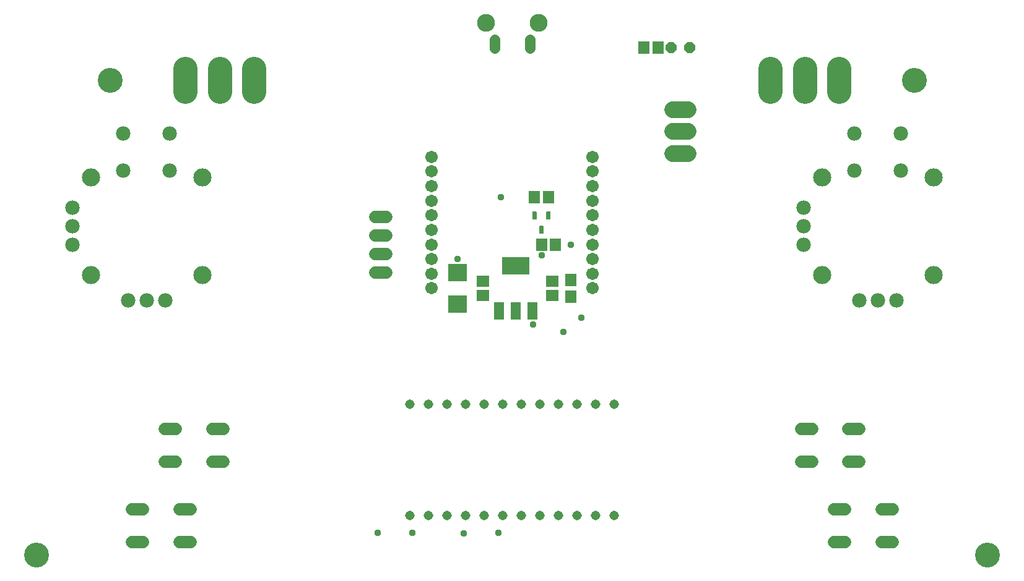
<source format=gbr>
G04 EAGLE Gerber RS-274X export*
G75*
%MOMM*%
%FSLAX34Y34*%
%LPD*%
%INSoldermask Bottom*%
%IPPOS*%
%AMOC8*
5,1,8,0,0,1.08239X$1,22.5*%
G01*
%ADD10C,3.403200*%
%ADD11C,2.489200*%
%ADD12C,1.981200*%
%ADD13C,1.311200*%
%ADD14C,1.711200*%
%ADD15C,1.727200*%
%ADD16C,3.319200*%
%ADD17R,1.422400X2.438400*%
%ADD18R,3.803200X2.403200*%
%ADD19R,1.503200X1.703200*%
%ADD20R,1.703200X1.503200*%
%ADD21C,2.303200*%
%ADD22C,2.453200*%
%ADD23C,1.411200*%
%ADD24P,1.649562X8X22.500000*%
%ADD25R,1.600200X1.651000*%
%ADD26R,2.616200X2.463800*%
%ADD27C,0.959600*%

G36*
X32002Y124203D02*
X32002Y124203D01*
X32004Y124201D01*
X32254Y124221D01*
X32258Y124225D01*
X32261Y124222D01*
X32505Y124280D01*
X32509Y124285D01*
X32513Y124283D01*
X32745Y124379D01*
X32748Y124384D01*
X32752Y124382D01*
X32966Y124514D01*
X32968Y124519D01*
X32972Y124519D01*
X33163Y124682D01*
X33164Y124687D01*
X33168Y124687D01*
X33331Y124878D01*
X33332Y124884D01*
X33336Y124884D01*
X33468Y125098D01*
X33467Y125104D01*
X33472Y125105D01*
X33568Y125337D01*
X33566Y125343D01*
X33570Y125345D01*
X33628Y125589D01*
X33626Y125594D01*
X33629Y125596D01*
X33649Y125846D01*
X33647Y125849D01*
X33649Y125850D01*
X33649Y133650D01*
X33647Y133652D01*
X33649Y133654D01*
X33629Y133904D01*
X33625Y133908D01*
X33628Y133911D01*
X33570Y134155D01*
X33565Y134159D01*
X33568Y134163D01*
X33472Y134395D01*
X33466Y134398D01*
X33468Y134402D01*
X33336Y134616D01*
X33331Y134618D01*
X33331Y134622D01*
X33168Y134813D01*
X33163Y134814D01*
X33163Y134818D01*
X32972Y134981D01*
X32966Y134982D01*
X32966Y134986D01*
X32752Y135118D01*
X32746Y135117D01*
X32745Y135122D01*
X32513Y135218D01*
X32507Y135216D01*
X32505Y135220D01*
X32261Y135278D01*
X32254Y135275D01*
X32250Y135279D01*
X29000Y135299D01*
X28998Y135297D01*
X28996Y135299D01*
X28746Y135279D01*
X28742Y135275D01*
X28739Y135278D01*
X28495Y135220D01*
X28491Y135215D01*
X28487Y135218D01*
X28255Y135122D01*
X28252Y135116D01*
X28248Y135118D01*
X28034Y134986D01*
X28032Y134981D01*
X28028Y134981D01*
X27837Y134818D01*
X27836Y134813D01*
X27832Y134813D01*
X27669Y134622D01*
X27668Y134616D01*
X27664Y134616D01*
X27532Y134402D01*
X27533Y134396D01*
X27529Y134395D01*
X27433Y134163D01*
X27434Y134157D01*
X27430Y134155D01*
X27372Y133911D01*
X27374Y133906D01*
X27371Y133904D01*
X27351Y133654D01*
X27353Y133651D01*
X27351Y133650D01*
X27351Y125850D01*
X27353Y125848D01*
X27351Y125846D01*
X27371Y125596D01*
X27375Y125592D01*
X27372Y125589D01*
X27430Y125345D01*
X27435Y125341D01*
X27433Y125337D01*
X27529Y125105D01*
X27534Y125102D01*
X27532Y125098D01*
X27664Y124884D01*
X27669Y124882D01*
X27669Y124878D01*
X27832Y124687D01*
X27837Y124686D01*
X27837Y124682D01*
X28028Y124519D01*
X28034Y124518D01*
X28034Y124514D01*
X28248Y124382D01*
X28254Y124383D01*
X28255Y124379D01*
X28487Y124283D01*
X28493Y124284D01*
X28495Y124280D01*
X28739Y124222D01*
X28746Y124225D01*
X28750Y124221D01*
X32000Y124201D01*
X32002Y124203D01*
G37*
G36*
X51002Y124203D02*
X51002Y124203D01*
X51004Y124201D01*
X51254Y124221D01*
X51258Y124225D01*
X51261Y124222D01*
X51505Y124280D01*
X51509Y124285D01*
X51513Y124283D01*
X51745Y124379D01*
X51748Y124384D01*
X51752Y124382D01*
X51966Y124514D01*
X51968Y124519D01*
X51972Y124519D01*
X52163Y124682D01*
X52164Y124687D01*
X52168Y124687D01*
X52331Y124878D01*
X52332Y124884D01*
X52336Y124884D01*
X52468Y125098D01*
X52467Y125104D01*
X52472Y125105D01*
X52568Y125337D01*
X52566Y125343D01*
X52570Y125345D01*
X52628Y125589D01*
X52626Y125594D01*
X52629Y125596D01*
X52649Y125846D01*
X52647Y125849D01*
X52649Y125850D01*
X52649Y133650D01*
X52647Y133652D01*
X52649Y133654D01*
X52629Y133904D01*
X52625Y133908D01*
X52628Y133911D01*
X52570Y134155D01*
X52565Y134159D01*
X52568Y134163D01*
X52472Y134395D01*
X52466Y134398D01*
X52468Y134402D01*
X52336Y134616D01*
X52331Y134618D01*
X52331Y134622D01*
X52168Y134813D01*
X52163Y134814D01*
X52163Y134818D01*
X51972Y134981D01*
X51966Y134982D01*
X51966Y134986D01*
X51752Y135118D01*
X51746Y135117D01*
X51745Y135122D01*
X51513Y135218D01*
X51507Y135216D01*
X51505Y135220D01*
X51261Y135278D01*
X51254Y135275D01*
X51250Y135279D01*
X48000Y135299D01*
X47998Y135297D01*
X47996Y135299D01*
X47746Y135279D01*
X47742Y135275D01*
X47739Y135278D01*
X47495Y135220D01*
X47491Y135215D01*
X47487Y135218D01*
X47255Y135122D01*
X47252Y135116D01*
X47248Y135118D01*
X47034Y134986D01*
X47032Y134981D01*
X47028Y134981D01*
X46837Y134818D01*
X46836Y134813D01*
X46832Y134813D01*
X46669Y134622D01*
X46668Y134616D01*
X46664Y134616D01*
X46532Y134402D01*
X46533Y134396D01*
X46529Y134395D01*
X46433Y134163D01*
X46434Y134157D01*
X46430Y134155D01*
X46372Y133911D01*
X46374Y133906D01*
X46371Y133904D01*
X46351Y133654D01*
X46353Y133651D01*
X46351Y133650D01*
X46351Y125850D01*
X46353Y125848D01*
X46351Y125846D01*
X46371Y125596D01*
X46375Y125592D01*
X46372Y125589D01*
X46430Y125345D01*
X46435Y125341D01*
X46433Y125337D01*
X46529Y125105D01*
X46534Y125102D01*
X46532Y125098D01*
X46664Y124884D01*
X46669Y124882D01*
X46669Y124878D01*
X46832Y124687D01*
X46837Y124686D01*
X46837Y124682D01*
X47028Y124519D01*
X47034Y124518D01*
X47034Y124514D01*
X47248Y124382D01*
X47254Y124383D01*
X47255Y124379D01*
X47487Y124283D01*
X47493Y124284D01*
X47495Y124280D01*
X47739Y124222D01*
X47746Y124225D01*
X47750Y124221D01*
X51000Y124201D01*
X51002Y124203D01*
G37*
G36*
X41502Y104703D02*
X41502Y104703D01*
X41504Y104701D01*
X41754Y104721D01*
X41758Y104725D01*
X41761Y104722D01*
X42005Y104780D01*
X42009Y104785D01*
X42013Y104783D01*
X42245Y104879D01*
X42248Y104884D01*
X42252Y104882D01*
X42466Y105014D01*
X42468Y105019D01*
X42472Y105019D01*
X42663Y105182D01*
X42664Y105187D01*
X42668Y105187D01*
X42831Y105378D01*
X42832Y105384D01*
X42836Y105384D01*
X42968Y105598D01*
X42967Y105604D01*
X42972Y105605D01*
X43068Y105837D01*
X43066Y105843D01*
X43070Y105845D01*
X43128Y106089D01*
X43126Y106094D01*
X43129Y106096D01*
X43149Y106346D01*
X43147Y106349D01*
X43149Y106350D01*
X43149Y114150D01*
X43147Y114152D01*
X43149Y114154D01*
X43129Y114404D01*
X43125Y114408D01*
X43128Y114411D01*
X43070Y114655D01*
X43065Y114659D01*
X43068Y114663D01*
X42972Y114895D01*
X42966Y114898D01*
X42968Y114902D01*
X42836Y115116D01*
X42831Y115118D01*
X42831Y115122D01*
X42668Y115313D01*
X42663Y115314D01*
X42663Y115318D01*
X42472Y115481D01*
X42466Y115482D01*
X42466Y115486D01*
X42252Y115618D01*
X42246Y115617D01*
X42245Y115622D01*
X42013Y115718D01*
X42007Y115716D01*
X42005Y115720D01*
X41761Y115778D01*
X41754Y115775D01*
X41750Y115779D01*
X38500Y115799D01*
X38498Y115797D01*
X38496Y115799D01*
X38246Y115779D01*
X38242Y115775D01*
X38239Y115778D01*
X37995Y115720D01*
X37991Y115715D01*
X37987Y115718D01*
X37755Y115622D01*
X37752Y115616D01*
X37748Y115618D01*
X37534Y115486D01*
X37532Y115481D01*
X37528Y115481D01*
X37337Y115318D01*
X37336Y115313D01*
X37332Y115313D01*
X37169Y115122D01*
X37168Y115116D01*
X37164Y115116D01*
X37032Y114902D01*
X37033Y114896D01*
X37029Y114895D01*
X36933Y114663D01*
X36934Y114657D01*
X36930Y114655D01*
X36872Y114411D01*
X36874Y114406D01*
X36871Y114404D01*
X36851Y114154D01*
X36853Y114151D01*
X36851Y114150D01*
X36851Y106350D01*
X36853Y106348D01*
X36851Y106346D01*
X36871Y106096D01*
X36875Y106092D01*
X36872Y106089D01*
X36930Y105845D01*
X36935Y105841D01*
X36933Y105837D01*
X37029Y105605D01*
X37034Y105602D01*
X37032Y105598D01*
X37164Y105384D01*
X37169Y105382D01*
X37169Y105378D01*
X37332Y105187D01*
X37337Y105186D01*
X37337Y105182D01*
X37528Y105019D01*
X37534Y105018D01*
X37534Y105014D01*
X37748Y104882D01*
X37754Y104883D01*
X37755Y104879D01*
X37987Y104783D01*
X37993Y104784D01*
X37995Y104780D01*
X38239Y104722D01*
X38246Y104725D01*
X38250Y104721D01*
X41500Y104701D01*
X41502Y104703D01*
G37*
D10*
X-650000Y-335000D03*
X650000Y-335000D03*
X550000Y315000D03*
X-550000Y315000D03*
D11*
X423800Y181675D03*
X576200Y181675D03*
X576200Y48325D03*
X423800Y48325D03*
D12*
X525400Y13400D03*
X500000Y13400D03*
X474600Y13400D03*
X398400Y115000D03*
X398400Y89600D03*
X398400Y140400D03*
X531750Y191200D03*
X468250Y191200D03*
X468250Y242000D03*
X531750Y242000D03*
D11*
X-576200Y181675D03*
X-423800Y181675D03*
X-423800Y48325D03*
X-576200Y48325D03*
D12*
X-474600Y13400D03*
X-500000Y13400D03*
X-525400Y13400D03*
X-601600Y115000D03*
X-601600Y89600D03*
X-601600Y140400D03*
X-468250Y191200D03*
X-531750Y191200D03*
X-531750Y242000D03*
X-468250Y242000D03*
D13*
X139700Y-128800D03*
X114300Y-128800D03*
X88900Y-128800D03*
X63500Y-128800D03*
X38100Y-128800D03*
X12700Y-128800D03*
X-12700Y-128800D03*
X-38100Y-128800D03*
X-63500Y-128800D03*
X-88900Y-128800D03*
X-114300Y-128800D03*
X-139700Y-128800D03*
X139700Y-281200D03*
X114300Y-281200D03*
X88900Y-281200D03*
X63500Y-281200D03*
X38100Y-281200D03*
X12700Y-281200D03*
X-12700Y-281200D03*
X-38100Y-281200D03*
X-63500Y-281200D03*
X-88900Y-281200D03*
X-114300Y-281200D03*
X-139700Y-281200D03*
D14*
X109982Y30000D03*
X109982Y50000D03*
X109982Y70000D03*
X109982Y90000D03*
X109982Y110000D03*
X109982Y130000D03*
X109982Y150000D03*
X109982Y170000D03*
X109982Y190000D03*
X109982Y210000D03*
X-109982Y30000D03*
X-109982Y50000D03*
X-109982Y70000D03*
X-109982Y90000D03*
X-109982Y110000D03*
X-109982Y130000D03*
X-109982Y150000D03*
X-109982Y170000D03*
X-109982Y190000D03*
X-109982Y210000D03*
D15*
X-504892Y-272394D02*
X-520132Y-272394D01*
X-520132Y-317606D02*
X-504892Y-317606D01*
X-455108Y-272394D02*
X-439868Y-272394D01*
X-439868Y-317606D02*
X-455108Y-317606D01*
X-459892Y-162394D02*
X-475132Y-162394D01*
X-475132Y-207606D02*
X-459892Y-207606D01*
X-410108Y-162394D02*
X-394868Y-162394D01*
X-394868Y-207606D02*
X-410108Y-207606D01*
X394868Y-162394D02*
X410108Y-162394D01*
X410108Y-207606D02*
X394868Y-207606D01*
X459892Y-162394D02*
X475132Y-162394D01*
X475132Y-207606D02*
X459892Y-207606D01*
X455108Y-272394D02*
X439868Y-272394D01*
X439868Y-317606D02*
X455108Y-317606D01*
X504892Y-272394D02*
X520132Y-272394D01*
X520132Y-317606D02*
X504892Y-317606D01*
D16*
X-447000Y299420D02*
X-447000Y330580D01*
X-400000Y330580D02*
X-400000Y299420D01*
X-353000Y299420D02*
X-353000Y330580D01*
X447000Y330580D02*
X447000Y299420D01*
X400000Y299420D02*
X400000Y330580D01*
X353000Y330580D02*
X353000Y299420D01*
D17*
X28114Y-988D03*
X5000Y-988D03*
X-18114Y-988D03*
D18*
X5000Y60990D03*
D19*
X49500Y155000D03*
X30500Y155000D03*
X40500Y90000D03*
X59500Y90000D03*
D20*
X-40000Y20500D03*
X-40000Y39500D03*
X55000Y39500D03*
X55000Y20500D03*
D21*
X219500Y215000D02*
X240500Y215000D01*
X240500Y245000D02*
X219500Y245000D01*
X219500Y275000D02*
X240500Y275000D01*
D22*
X-36000Y393500D03*
X36000Y393500D03*
D23*
X24250Y370540D02*
X24250Y358460D01*
X-24250Y358460D02*
X-24250Y370540D01*
D24*
X217300Y360000D03*
X242700Y360000D03*
D19*
X199500Y360000D03*
X180500Y360000D03*
D15*
X-172380Y51900D02*
X-187620Y51900D01*
X-187620Y77300D02*
X-172380Y77300D01*
X-172380Y102700D02*
X-187620Y102700D01*
X-187620Y128100D02*
X-172380Y128100D01*
D25*
X80000Y41176D03*
X80000Y18824D03*
D26*
X-75000Y8664D03*
X-75000Y51336D03*
D27*
X-15000Y155000D03*
X-75000Y70000D03*
X28255Y-19631D03*
X40412Y74910D03*
X95000Y-10000D03*
X70000Y-30000D03*
X-184038Y-305064D03*
X-136602Y-305257D03*
X-66591Y-305535D03*
X-19145Y-305160D03*
X80000Y90000D03*
M02*

</source>
